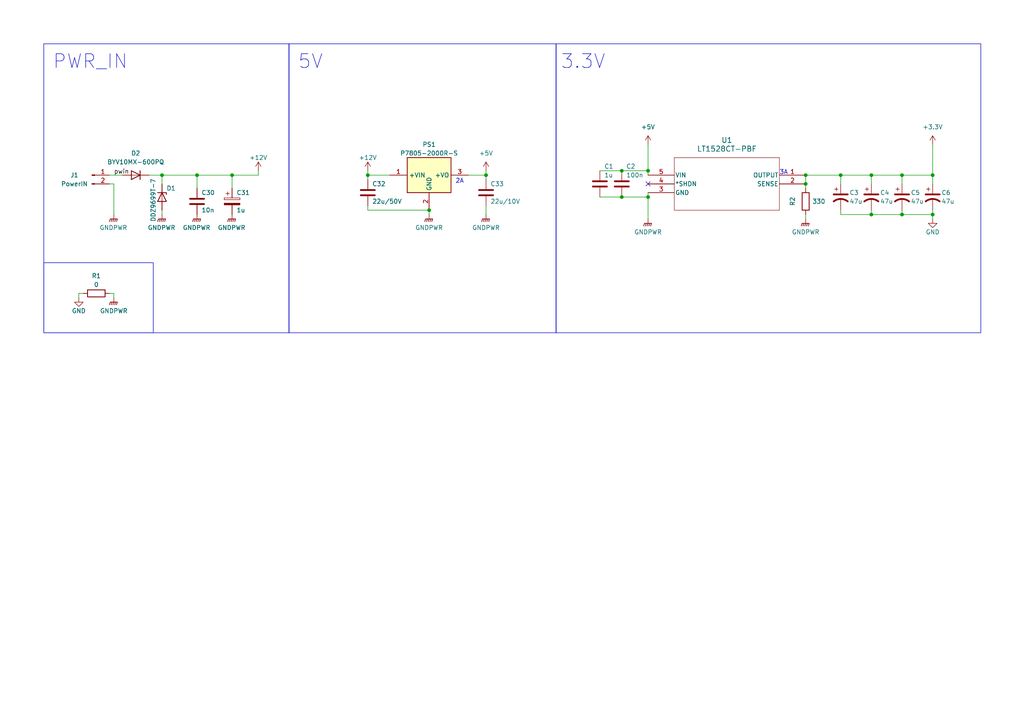
<source format=kicad_sch>
(kicad_sch (version 20230121) (generator eeschema)
  (paper "A4")
  (lib_symbols
    (symbol "Connector:Conn_01x02_Pin" (pin_names (offset 1.016) hide)
      (property "Reference" "J" (at 0 2.54 0))
      (property "Value" "Conn_01x02_Pin" (at 0 -5.08 0))
      (symbol "Conn_01x02_Pin_1_1"
        (polyline (pts (xy 1.27 -2.54) (xy 0.8636 -2.54)) (stroke (width 0.1524)))
        (polyline (pts (xy 1.27 0) (xy 0.8636 0)) (stroke (width 0.1524)))
        (rectangle (start 0.8636 -2.413) (end 0 -2.667) (stroke (width 0.1524)) (fill (type outline)))
        (rectangle (start 0.8636 0.127) (end 0 -0.127) (stroke (width 0.1524)) (fill (type outline)))
        (pin passive line (at 5.08 0 180) (length 3.81) (name "Pin_1") (number "1"))
        (pin passive line (at 5.08 -2.54 180) (length 3.81) (name "Pin_2") (number "2"))
      )
    )
    (symbol "Device:C" (pin_numbers hide) (pin_names (offset 0.254))
      (property "Reference" "C" (at 0.635 2.54 0))
      (property "Value" "C" (at 0.635 -2.54 0))
      (symbol "C_0_1"
        (polyline (pts (xy -2.032 -0.762) (xy 2.032 -0.762)) (stroke (width 0.508)))
        (polyline (pts (xy -2.032 0.762) (xy 2.032 0.762)) (stroke (width 0.508)))
      )
      (symbol "C_1_1"
        (pin passive line (at 0 3.81 270) (length 2.794) (name "~") (number "1"))
        (pin passive line (at 0 -3.81 90) (length 2.794) (name "~") (number "2"))
      )
    )
    (symbol "Device:C_Polarized" (pin_numbers hide) (pin_names (offset 0.254))
      (property "Reference" "C" (at 0.635 2.54 0))
      (property "Value" "C_Polarized" (at 0.635 -2.54 0))
      (symbol "C_Polarized_0_1"
        (rectangle (start -2.286 0.508) (end 2.286 1.016))
        (polyline (pts (xy -1.778 2.286) (xy -0.762 2.286)))
        (polyline (pts (xy -1.27 2.794) (xy -1.27 1.778)))
        (rectangle (start 2.286 -0.508) (end -2.286 -1.016) (fill (type outline)))
      )
      (symbol "C_Polarized_1_1"
        (pin passive line (at 0 3.81 270) (length 2.794) (name "~") (number "1"))
        (pin passive line (at 0 -3.81 90) (length 2.794) (name "~") (number "2"))
      )
    )
    (symbol "Device:C_Polarized_US" (pin_numbers hide) (pin_names (offset 0.254) hide)
      (property "Reference" "C" (at 0.635 2.54 0))
      (property "Value" "C_Polarized_US" (at 0.635 -2.54 0))
      (symbol "C_Polarized_US_0_1"
        (polyline (pts (xy -2.032 0.762) (xy 2.032 0.762)) (stroke (width 0.508)))
        (polyline (pts (xy -1.778 2.286) (xy -0.762 2.286)))
        (polyline (pts (xy -1.27 1.778) (xy -1.27 2.794)))
        (arc (start 2.032 -1.27) (mid 0 -0.5572) (end -2.032 -1.27) (stroke (width 0.508)))
      )
      (symbol "C_Polarized_US_1_1"
        (pin passive line (at 0 3.81 270) (length 2.794) (name "~") (number "1"))
        (pin passive line (at 0 -3.81 90) (length 3.302) (name "~") (number "2"))
      )
    )
    (symbol "Device:D" (pin_numbers hide) (pin_names (offset 1.016) hide)
      (property "Reference" "D" (at 0 2.54 0))
      (property "Value" "D" (at 0 -2.54 0))
      (symbol "D_0_1"
        (polyline (pts (xy -1.27 1.27) (xy -1.27 -1.27)) (stroke (width 0.254)))
        (polyline (pts (xy 1.27 0) (xy -1.27 0)))
        (polyline (pts (xy 1.27 1.27) (xy 1.27 -1.27) (xy -1.27 0) (xy 1.27 1.27)) (stroke (width 0.254)))
      )
      (symbol "D_1_1"
        (pin passive line (at -3.81 0 0) (length 2.54) (name "K") (number "1"))
        (pin passive line (at 3.81 0 180) (length 2.54) (name "A") (number "2"))
      )
    )
    (symbol "Device:D_Zener" (pin_numbers hide) (pin_names (offset 1.016) hide)
      (property "Reference" "D" (at 0 2.54 0))
      (property "Value" "D_Zener" (at 0 -2.54 0))
      (symbol "D_Zener_0_1"
        (polyline (pts (xy 1.27 0) (xy -1.27 0)))
        (polyline (pts (xy -1.27 -1.27) (xy -1.27 1.27) (xy -0.762 1.27)) (stroke (width 0.254)))
        (polyline (pts (xy 1.27 -1.27) (xy 1.27 1.27) (xy -1.27 0) (xy 1.27 -1.27)) (stroke (width 0.254)))
      )
      (symbol "D_Zener_1_1"
        (pin passive line (at -3.81 0 0) (length 2.54) (name "K") (number "1"))
        (pin passive line (at 3.81 0 180) (length 2.54) (name "A") (number "2"))
      )
    )
    (symbol "Device:R" (pin_numbers hide) (pin_names (offset 0))
      (property "Reference" "R" (at 2.032 0 90))
      (property "Value" "R" (at 0 0 90))
      (symbol "R_0_1"
        (rectangle (start -1.016 -2.54) (end 1.016 2.54) (stroke (width 0.254)))
      )
      (symbol "R_1_1"
        (pin passive line (at 0 3.81 270) (length 1.27) (name "~") (number "1"))
        (pin passive line (at 0 -3.81 90) (length 1.27) (name "~") (number "2"))
      )
    )
    (symbol "LT1528CT#PBF:LT1528CT-PBF" (pin_names (offset 0.254))
      (property "Reference" "U" (at 22.86 10.16 0))
      (property "Value" "LT1528CT-PBF" (at 22.86 7.62 0))
      (symbol "LT1528CT-PBF_0_1"
        (polyline (pts (xy 7.62 -10.16) (xy 38.1 -10.16)) (stroke (width 0.127)))
        (polyline (pts (xy 7.62 5.08) (xy 7.62 -10.16)) (stroke (width 0.127)))
        (polyline (pts (xy 38.1 -10.16) (xy 38.1 5.08)) (stroke (width 0.127)))
        (polyline (pts (xy 38.1 5.08) (xy 7.62 5.08)) (stroke (width 0.127)))
        (pin output line (at 0 0 0) (length 7.62) (name "OUTPUT") (number "1"))
        (pin input line (at 0 -2.54 0) (length 7.62) (name "SENSE") (number "2"))
        (pin power_in line (at 45.72 -5.08 180) (length 7.62) (name "GND") (number "3"))
        (pin output line (at 45.72 -2.54 180) (length 7.62) (name "*SHDN") (number "4"))
        (pin input line (at 45.72 0 180) (length 7.62) (name "VIN") (number "5"))
      )
    )
    (symbol "P7803-2000R-S:P7803-2000R-S"
      (property "Reference" "PS1" (at 10.16 6.35 0))
      (property "Value" "P7803-2000R-S" (at 3.81 3.81 0))
      (symbol "P7803-2000R-S_1_1"
        (rectangle (start 5.08 2.54) (end 17.78 -7.62) (stroke (width 0.254)) (fill (type background)))
        (pin passive line (at 0 -2.54 0) (length 5.08) (name "+VIN") (number "1"))
        (pin passive line (at 11.43 -12.7 90) (length 5.08) (name "GND") (number "2"))
        (pin passive line (at 22.86 -2.54 180) (length 5.08) (name "+VO") (number "3"))
      )
    )
    (symbol "power:+12V" (power) (pin_names (offset 0))
      (property "Value" "+12V" (at 0 3.556 0))
      (symbol "+12V_0_1"
        (polyline (pts (xy -0.762 1.27) (xy 0 2.54)))
        (polyline (pts (xy 0 0) (xy 0 2.54)))
        (polyline (pts (xy 0 2.54) (xy 0.762 1.27)))
      )
      (symbol "+12V_1_1"
        (pin power_in line (at 0 0 90) (length 0) hide (name "+12V") (number "1"))
      )
    )
    (symbol "power:+3.3V" (power) (pin_names (offset 0))
      (property "Value" "+3.3V" (at 0 3.556 0))
      (symbol "+3.3V_0_1"
        (polyline (pts (xy -0.762 1.27) (xy 0 2.54)))
        (polyline (pts (xy 0 0) (xy 0 2.54)))
        (polyline (pts (xy 0 2.54) (xy 0.762 1.27)))
      )
      (symbol "+3.3V_1_1"
        (pin power_in line (at 0 0 90) (length 0) hide (name "+3.3V") (number "1"))
      )
    )
    (symbol "power:+5V" (power) (pin_names (offset 0))
      (property "Value" "+5V" (at 0 3.556 0))
      (symbol "+5V_0_1"
        (polyline (pts (xy -0.762 1.27) (xy 0 2.54)))
        (polyline (pts (xy 0 0) (xy 0 2.54)))
        (polyline (pts (xy 0 2.54) (xy 0.762 1.27)))
      )
      (symbol "+5V_1_1"
        (pin power_in line (at 0 0 90) (length 0) hide (name "+5V") (number "1"))
      )
    )
    (symbol "power:GND" (power) (pin_names (offset 0))
      (property "Value" "GND" (at 0 -3.81 0))
      (symbol "GND_0_1"
        (polyline (pts (xy 0 0) (xy 0 -1.27) (xy 1.27 -1.27) (xy 0 -2.54) (xy -1.27 -1.27) (xy 0 -1.27)))
      )
      (symbol "GND_1_1"
        (pin power_in line (at 0 0 270) (length 0) hide (name "GND") (number "1"))
      )
    )
    (symbol "power:GNDPWR" (power) (pin_names (offset 0))
      (property "Value" "GNDPWR" (at 0 -3.302 0))
      (symbol "GNDPWR_0_1"
        (polyline (pts (xy 0 -1.27) (xy 0 0)))
        (polyline (pts (xy -1.016 -1.27) (xy -1.27 -2.032) (xy -1.27 -2.032)) (stroke (width 0.2032)))
        (polyline (pts (xy -0.508 -1.27) (xy -0.762 -2.032) (xy -0.762 -2.032)) (stroke (width 0.2032)))
        (polyline (pts (xy 0 -1.27) (xy -0.254 -2.032) (xy -0.254 -2.032)) (stroke (width 0.2032)))
        (polyline (pts (xy 0.508 -1.27) (xy 0.254 -2.032) (xy 0.254 -2.032)) (stroke (width 0.2032)))
        (polyline (pts (xy 1.016 -1.27) (xy -1.016 -1.27) (xy -1.016 -1.27)) (stroke (width 0.2032)))
        (polyline (pts (xy 1.016 -1.27) (xy 0.762 -2.032) (xy 0.762 -2.032) (xy 0.762 -2.032)) (stroke (width 0.2032)))
      )
      (symbol "GNDPWR_1_1"
        (pin power_in line (at 0 0 270) (length 0) hide (name "GNDPWR") (number "1"))
      )
    )
  )
  (junction (at 261.62 62.23))
  (junction (at 124.46 60.96))
  (junction (at 46.99 50.8))
  (junction (at 187.96 57.15))
  (junction (at 106.68 50.8))
  (junction (at 140.97 50.8))
  (junction (at 180.34 57.15))
  (junction (at 252.73 62.23))
  (junction (at 252.73 50.8))
  (junction (at 187.96 49.53))
  (junction (at 270.51 50.8))
  (junction (at 243.84 50.8))
  (junction (at 261.62 50.8))
  (junction (at 67.31 50.8))
  (junction (at 233.68 53.34))
  (junction (at 180.34 49.53))
  (junction (at 233.68 50.8))
  (junction (at 270.51 62.23))
  (junction (at 57.15 50.8))
  (no_connect (at 187.96 53.34))
  (wire (pts (xy 261.62 60.96) (xy 261.62 62.23)))
  (wire (pts (xy 106.68 52.07) (xy 106.68 50.8)))
  (wire (pts (xy 106.68 49.53) (xy 106.68 50.8)))
  (wire (pts (xy 33.02 62.23) (xy 33.02 53.34)))
  (wire (pts (xy 140.97 49.53) (xy 140.97 50.8)))
  (wire (pts (xy 22.86 85.09) (xy 24.13 85.09)))
  (wire (pts (xy 252.73 62.23) (xy 261.62 62.23)))
  (wire (pts (xy 270.51 50.8) (xy 270.51 53.34)))
  (wire (pts (xy 140.97 59.69) (xy 140.97 62.23)))
  (wire (pts (xy 135.89 50.8) (xy 140.97 50.8)))
  (wire (pts (xy 243.84 50.8) (xy 243.84 53.34)))
  (wire (pts (xy 252.73 60.96) (xy 252.73 62.23)))
  (wire (pts (xy 173.99 57.15) (xy 180.34 57.15)))
  (wire (pts (xy 31.75 53.34) (xy 33.02 53.34)))
  (wire (pts (xy 67.31 50.8) (xy 67.31 54.61)))
  (wire (pts (xy 35.56 50.8) (xy 31.75 50.8)))
  (wire (pts (xy 46.99 50.8) (xy 46.99 53.34)))
  (wire (pts (xy 33.02 85.09) (xy 33.02 86.36)))
  (wire (pts (xy 233.68 63.5) (xy 233.68 62.23)))
  (wire (pts (xy 270.51 62.23) (xy 270.51 63.5)))
  (wire (pts (xy 43.18 50.8) (xy 46.99 50.8)))
  (wire (pts (xy 124.46 62.23) (xy 124.46 60.96)))
  (wire (pts (xy 270.51 50.8) (xy 261.62 50.8)))
  (wire (pts (xy 270.51 41.91) (xy 270.51 50.8)))
  (wire (pts (xy 233.68 50.8) (xy 233.68 53.34)))
  (wire (pts (xy 22.86 86.36) (xy 22.86 85.09)))
  (wire (pts (xy 261.62 62.23) (xy 270.51 62.23)))
  (wire (pts (xy 187.96 49.53) (xy 187.96 50.8)))
  (wire (pts (xy 187.96 41.91) (xy 187.96 49.53)))
  (wire (pts (xy 187.96 63.5) (xy 187.96 57.15)))
  (wire (pts (xy 57.15 50.8) (xy 67.31 50.8)))
  (wire (pts (xy 187.96 57.15) (xy 187.96 55.88)))
  (wire (pts (xy 67.31 50.8) (xy 74.93 50.8)))
  (wire (pts (xy 46.99 60.96) (xy 46.99 62.23)))
  (wire (pts (xy 243.84 60.96) (xy 243.84 62.23)))
  (wire (pts (xy 106.68 60.96) (xy 124.46 60.96)))
  (wire (pts (xy 270.51 60.96) (xy 270.51 62.23)))
  (wire (pts (xy 252.73 50.8) (xy 243.84 50.8)))
  (wire (pts (xy 31.75 85.09) (xy 33.02 85.09)))
  (wire (pts (xy 180.34 49.53) (xy 187.96 49.53)))
  (wire (pts (xy 57.15 50.8) (xy 57.15 54.61)))
  (wire (pts (xy 261.62 50.8) (xy 261.62 53.34)))
  (wire (pts (xy 173.99 49.53) (xy 180.34 49.53)))
  (wire (pts (xy 252.73 50.8) (xy 252.73 53.34)))
  (wire (pts (xy 243.84 50.8) (xy 233.68 50.8)))
  (wire (pts (xy 106.68 50.8) (xy 113.03 50.8)))
  (wire (pts (xy 46.99 50.8) (xy 57.15 50.8)))
  (wire (pts (xy 233.68 54.61) (xy 233.68 53.34)))
  (wire (pts (xy 74.93 49.53) (xy 74.93 50.8)))
  (wire (pts (xy 180.34 57.15) (xy 187.96 57.15)))
  (wire (pts (xy 261.62 50.8) (xy 252.73 50.8)))
  (wire (pts (xy 140.97 50.8) (xy 140.97 52.07)))
  (wire (pts (xy 243.84 62.23) (xy 252.73 62.23)))
  (wire (pts (xy 106.68 59.69) (xy 106.68 60.96)))
  (rectangle (start 161.29 12.7) (end 284.48 96.52))
  (rectangle (start 12.7 12.7) (end 83.82 96.52))
  (rectangle (start 12.7 76.2) (end 44.45 96.52))
  (rectangle (start 83.82 12.7) (end 161.29 96.52))
  (text "PWR_IN" (at 15.24 20.32 0) (effects (font (size 4 4)) (justify left bottom)))
  (text "3.3V" (at 162.56 20.32 0) (effects (font (size 4 4)) (justify left bottom)))
  (text "2A" (at 132.08 53.34 0) (effects (font (size 1.27 1.27)) (justify left bottom)))
  (text "5V" (at 86.36 20.32 0) (effects (font (size 4 4)) (justify left bottom)))
  (text "3A" (at 226.06 50.8 0) (effects (font (size 1.27 1.27)) (justify left bottom)))
  (label "pwin" (at 33.02 50.8 0))
  (symbol (lib_id "power:GND") (at 270.51 63.5 0) (unit 1)
    (property "Reference" "#PWR09" (effects hide))
    (property "Value" "GND" (at 270.51 67.31 0))
  )
  (symbol (lib_id "power:GNDPWR") (at 33.02 62.23 0) (unit 1)
    (property "Reference" "#PWR01" (effects hide))
    (property "Value" "GNDPWR" (at 32.893 66.04 0))
  )
  (symbol (lib_id "power:GNDPWR") (at 57.15 62.23 0) (unit 1)
    (property "Reference" "#PWR044" (effects hide))
    (property "Value" "GNDPWR" (at 57.023 66.04 0))
  )
  (symbol (lib_id "power:+5V") (at 187.96 41.91 0) (unit 1)
    (property "Reference" "#PWR03" (effects hide))
    (property "Value" "+5V" (at 187.96 36.83 0))
  )
  (symbol (lib_id "Device:C") (at 57.15 58.42 0) (unit 1)
    (property "Reference" "C30" (at 58.42 55.88 0) (effects (justify left)))
    (property "Value" "10n" (at 58.42 60.96 0) (effects (justify left)))
    (property "Footprint" "Capacitor_SMD:C_1206_3216Metric" (effects hide))
  )
  (symbol (lib_id "Connector:Conn_01x02_Pin") (at 26.67 50.8 0) (unit 1)
    (property "Reference" "J1" (at 21.59 50.8 0))
    (property "Value" "PowerIN" (at 21.59 53.34 0))
    (property "Footprint" "TerminalBlock_MetzConnect:TerminalBlock_MetzConnect_Type011_RT05502HBWC_1x02_P5.00mm_Horizontal" (effects hide))
  )
  (symbol (lib_id "Device:R") (at 233.68 58.42 180) (unit 1)
    (property "Reference" "R2" (at 229.87 58.42 90))
    (property "Value" "330" (at 237.49 58.42 0))
    (property "Footprint" "Resistor_SMD:R_0805_2012Metric_Pad1.20x1.40mm_HandSolder" (effects hide))
  )
  (symbol (lib_id "Device:C_Polarized") (at 67.31 58.42 0) (unit 1)
    (property "Reference" "C31" (at 68.58 55.88 0) (effects (justify left)))
    (property "Value" "1u" (at 68.58 60.96 0) (effects (justify left)))
    (property "Footprint" "Capacitor_Tantalum_SMD:CP_EIA-3216-18_Kemet-A" (effects hide))
  )
  (symbol (lib_id "power:+12V") (at 74.93 49.53 0) (unit 1)
    (property "Reference" "#PWR02" (effects hide))
    (property "Value" "+12V" (at 74.93 45.72 0))
  )
  (symbol (lib_id "power:GNDPWR") (at 187.96 63.5 0) (unit 1)
    (property "Reference" "#PWR04" (effects hide))
    (property "Value" "GNDPWR" (at 187.96 67.31 0))
  )
  (symbol (lib_id "power:GNDPWR") (at 140.97 62.23 0) (unit 1)
    (property "Reference" "#PWR055" (effects hide))
    (property "Value" "GNDPWR" (at 140.97 66.04 0))
  )
  (symbol (lib_id "P7803-2000R-S:P7803-2000R-S") (at 113.03 48.26 0) (unit 1)
    (property "Reference" "PS1" (at 124.46 41.91 0))
    (property "Value" "P7805-2000R-S" (at 124.46 44.45 0))
    (property "Footprint" "kicad_models:P78032000RS" (effects hide))
    (property "Datasheet" "https://www.cui.com/product/resource/p78-2000r-s.pdf" (effects hide))
    (property "Height" "9.5" (effects hide))
    (property "Manufacturer_Name" "CUI Inc." (effects hide))
    (property "Manufacturer_Part_Number" "P7803-2000R-S" (effects hide))
  )
  (symbol (lib_id "power:GNDPWR") (at 33.02 86.36 0) (unit 1)
    (property "Reference" "#PWR06" (effects hide))
    (property "Value" "GNDPWR" (at 33.02 90.17 0))
  )
  (symbol (lib_id "Device:D") (at 39.37 50.8 180) (unit 1)
    (property "Reference" "D2" (at 39.37 44.45 0))
    (property "Value" "BYV10MX-600PQ" (at 39.37 46.99 0))
    (property "Footprint" "Package_TO_SOT_THT:TO-220F-2_Horizontal_TabDown" (effects hide))
    (property "Sim.Device" "D" (effects hide))
    (property "Sim.Pins" "1=K 2=A" (effects hide))
  )
  (symbol (lib_id "Device:R") (at 27.94 85.09 90) (unit 1)
    (property "Reference" "R1" (at 27.94 80.01 90))
    (property "Value" "0" (at 27.94 82.55 90))
  )
  (symbol (lib_id "power:+3.3V") (at 270.51 41.91 0) (unit 1)
    (property "Reference" "#PWR08" (effects hide))
    (property "Value" "+3.3V" (at 270.51 36.83 0))
  )
  (symbol (lib_id "Device:C") (at 140.97 55.88 0) (unit 1)
    (property "Reference" "C33" (at 142.24 53.34 0) (effects (justify left)))
    (property "Value" "22u/10V" (at 142.24 58.42 0) (effects (justify left)))
    (property "Footprint" "Capacitor_SMD:C_1206_3216Metric" (effects hide))
  )
  (symbol (lib_id "power:GNDPWR") (at 233.68 63.5 0) (unit 1)
    (property "Reference" "#PWR07" (effects hide))
    (property "Value" "GNDPWR" (at 233.68 67.31 0))
  )
  (symbol (lib_id "power:+5V") (at 140.97 49.53 0) (unit 1)
    (property "Reference" "#PWR010" (effects hide))
    (property "Value" "+5V" (at 140.97 44.45 0))
  )
  (symbol (lib_id "Device:C") (at 173.99 53.34 0) (unit 1)
    (property "Reference" "C1" (at 175.26 48.26 0) (effects (justify left)))
    (property "Value" "1u" (at 175.26 50.8 0) (effects (justify left)))
    (property "Footprint" "Capacitor_SMD:C_0805_2012Metric" (effects hide))
  )
  (symbol (lib_id "Device:C_Polarized_US") (at 252.73 57.15 0) (unit 1)
    (property "Reference" "C4" (at 255.27 55.88 0) (effects (justify left)))
    (property "Value" "47u" (at 255.27 58.42 0) (effects (justify left)))
    (property "Footprint" "Capacitor_THT:CP_Radial_D5.0mm_P2.00mm" (effects hide))
  )
  (symbol (lib_id "Device:C_Polarized_US") (at 243.84 57.15 0) (unit 1)
    (property "Reference" "C3" (at 246.38 55.88 0) (effects (justify left)))
    (property "Value" "47u" (at 246.38 58.42 0) (effects (justify left)))
    (property "Footprint" "Capacitor_THT:CP_Radial_D5.0mm_P2.00mm" (effects hide))
  )
  (symbol (lib_id "power:GNDPWR") (at 67.31 62.23 0) (unit 1)
    (property "Reference" "#PWR045" (effects hide))
    (property "Value" "GNDPWR" (at 67.183 66.04 0))
  )
  (symbol (lib_id "Device:C") (at 106.68 55.88 0) (unit 1)
    (property "Reference" "C32" (at 107.95 53.34 0) (effects (justify left)))
    (property "Value" "22u/50V" (at 107.95 58.42 0) (effects (justify left)))
    (property "Footprint" "kicad_models:CAPC7563X400N" (effects hide))
  )
  (symbol (lib_id "power:GNDPWR") (at 46.99 62.23 0) (unit 1)
    (property "Reference" "#PWR043" (effects hide))
    (property "Value" "GNDPWR" (at 46.863 66.04 0))
  )
  (symbol (lib_id "Device:C_Polarized_US") (at 261.62 57.15 0) (unit 1)
    (property "Reference" "C5" (at 264.16 55.88 0) (effects (justify left)))
    (property "Value" "47u" (at 264.16 58.42 0) (effects (justify left)))
    (property "Footprint" "Capacitor_THT:CP_Radial_D5.0mm_P2.00mm" (effects hide))
  )
  (symbol (lib_id "Device:C") (at 180.34 53.34 0) (unit 1)
    (property "Reference" "C2" (at 181.61 48.26 0) (effects (justify left)))
    (property "Value" "100n" (at 181.61 50.8 0) (effects (justify left)))
    (property "Footprint" "Capacitor_SMD:C_0805_2012Metric" (effects hide))
  )
  (symbol (lib_id "power:GNDPWR") (at 124.46 62.23 0) (unit 1)
    (property "Reference" "#PWR055" (effects hide))
    (property "Value" "GNDPWR" (at 124.46 66.04 0))
  )
  (symbol (lib_id "LT1528CT#PBF:LT1528CT-PBF") (at 233.68 50.8 0) (mirror y) (unit 1)
    (property "Reference" "U1" (at 210.82 40.64 0) (effects (font (size 1.524 1.524))))
    (property "Value" "LT1528CT-PBF" (at 210.82 43.18 0) (effects (font (size 1.524 1.524))))
    (property "Footprint" "kicad_models:LT1528CT#PBF" (effects hide))
    (property "Datasheet" "LT1528CT-PBF" (effects hide))
  )
  (symbol (lib_id "Device:D_Zener") (at 46.99 57.15 270) (unit 1)
    (property "Reference" "D1" (at 48.26 54.61 90) (effects (justify left)))
    (property "Value" "DDZ9699T-7 " (at 44.45 50.8 0) (effects (justify left)))
    (property "Footprint" "kicad_models:SODFL1608X65N" (effects hide))
  )
  (symbol (lib_id "power:GND") (at 22.86 86.36 0) (unit 1)
    (property "Reference" "#PWR05" (effects hide))
    (property "Value" "GND" (at 22.86 90.17 0))
  )
  (symbol (lib_id "Device:C_Polarized_US") (at 270.51 57.15 0) (unit 1)
    (property "Reference" "C6" (at 273.05 55.88 0) (effects (justify left)))
    (property "Value" "47u" (at 273.05 58.42 0) (effects (justify left)))
    (property "Footprint" "Capacitor_THT:CP_Radial_D5.0mm_P2.00mm" (effects hide))
  )
  (symbol (lib_id "power:+12V") (at 106.68 49.53 0) (unit 1)
    (property "Reference" "#PWR056" (effects hide))
    (property "Value" "+12V" (at 106.68 45.72 0))
  )
)
</source>
